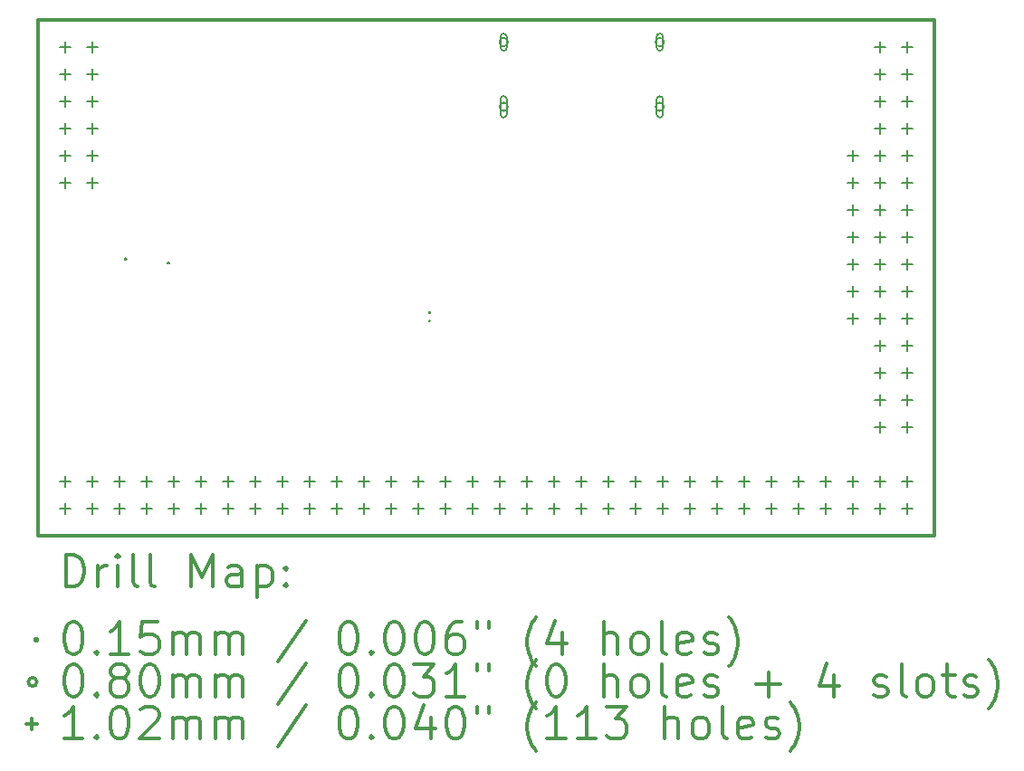
<source format=gbr>
%FSLAX45Y45*%
G04 Gerber Fmt 4.5, Leading zero omitted, Abs format (unit mm)*
G04 Created by KiCad (PCBNEW 4.0.5+dfsg1-4) date Mon Mar 27 15:17:09 2017*
%MOMM*%
%LPD*%
G01*
G04 APERTURE LIST*
%ADD10C,0.127000*%
%ADD11C,0.300000*%
%ADD12C,0.200000*%
G04 APERTURE END LIST*
D10*
D11*
X9410000Y-6142000D02*
X9410000Y-10968000D01*
X17792000Y-6142000D02*
X9410000Y-6142000D01*
X17792000Y-10968000D02*
X17792000Y-6142000D01*
X9410000Y-10968000D02*
X17792000Y-10968000D01*
D12*
X10218500Y-8370500D02*
X10233500Y-8385500D01*
X10233500Y-8370500D02*
X10218500Y-8385500D01*
X10618500Y-8410500D02*
X10633500Y-8425500D01*
X10633500Y-8410500D02*
X10618500Y-8425500D01*
X13060500Y-8872500D02*
X13075500Y-8887500D01*
X13075500Y-8872500D02*
X13060500Y-8887500D01*
X13060500Y-8952500D02*
X13075500Y-8967500D01*
X13075500Y-8952500D02*
X13060500Y-8967500D01*
X13800000Y-6352600D02*
G75*
G03X13800000Y-6352600I-40000J0D01*
G01*
X13790000Y-6402600D02*
X13790000Y-6302600D01*
X13730000Y-6402600D02*
X13730000Y-6302600D01*
X13790000Y-6302600D02*
G75*
G03X13730000Y-6302600I-30000J0D01*
G01*
X13730000Y-6402600D02*
G75*
G03X13790000Y-6402600I30000J0D01*
G01*
X13800000Y-6957600D02*
G75*
G03X13800000Y-6957600I-40000J0D01*
G01*
X13790000Y-7027600D02*
X13790000Y-6887600D01*
X13730000Y-7027600D02*
X13730000Y-6887600D01*
X13790000Y-6887600D02*
G75*
G03X13730000Y-6887600I-30000J0D01*
G01*
X13730000Y-7027600D02*
G75*
G03X13790000Y-7027600I30000J0D01*
G01*
X15260000Y-6352600D02*
G75*
G03X15260000Y-6352600I-40000J0D01*
G01*
X15250000Y-6402600D02*
X15250000Y-6302600D01*
X15190000Y-6402600D02*
X15190000Y-6302600D01*
X15250000Y-6302600D02*
G75*
G03X15190000Y-6302600I-30000J0D01*
G01*
X15190000Y-6402600D02*
G75*
G03X15250000Y-6402600I30000J0D01*
G01*
X15260000Y-6957600D02*
G75*
G03X15260000Y-6957600I-40000J0D01*
G01*
X15250000Y-7027600D02*
X15250000Y-6887600D01*
X15190000Y-7027600D02*
X15190000Y-6887600D01*
X15250000Y-6887600D02*
G75*
G03X15190000Y-6887600I-30000J0D01*
G01*
X15190000Y-7027600D02*
G75*
G03X15250000Y-7027600I30000J0D01*
G01*
X9664000Y-6345200D02*
X9664000Y-6446800D01*
X9613200Y-6396000D02*
X9714800Y-6396000D01*
X9664000Y-6599200D02*
X9664000Y-6700800D01*
X9613200Y-6650000D02*
X9714800Y-6650000D01*
X9664000Y-6853200D02*
X9664000Y-6954800D01*
X9613200Y-6904000D02*
X9714800Y-6904000D01*
X9664000Y-7107200D02*
X9664000Y-7208800D01*
X9613200Y-7158000D02*
X9714800Y-7158000D01*
X9664000Y-7361200D02*
X9664000Y-7462800D01*
X9613200Y-7412000D02*
X9714800Y-7412000D01*
X9664000Y-7615200D02*
X9664000Y-7716800D01*
X9613200Y-7666000D02*
X9714800Y-7666000D01*
X9664000Y-10409200D02*
X9664000Y-10510800D01*
X9613200Y-10460000D02*
X9714800Y-10460000D01*
X9664000Y-10663200D02*
X9664000Y-10764800D01*
X9613200Y-10714000D02*
X9714800Y-10714000D01*
X9918000Y-6345200D02*
X9918000Y-6446800D01*
X9867200Y-6396000D02*
X9968800Y-6396000D01*
X9918000Y-6599200D02*
X9918000Y-6700800D01*
X9867200Y-6650000D02*
X9968800Y-6650000D01*
X9918000Y-6853200D02*
X9918000Y-6954800D01*
X9867200Y-6904000D02*
X9968800Y-6904000D01*
X9918000Y-7107200D02*
X9918000Y-7208800D01*
X9867200Y-7158000D02*
X9968800Y-7158000D01*
X9918000Y-7361200D02*
X9918000Y-7462800D01*
X9867200Y-7412000D02*
X9968800Y-7412000D01*
X9918000Y-7615200D02*
X9918000Y-7716800D01*
X9867200Y-7666000D02*
X9968800Y-7666000D01*
X9918000Y-10409200D02*
X9918000Y-10510800D01*
X9867200Y-10460000D02*
X9968800Y-10460000D01*
X9918000Y-10663200D02*
X9918000Y-10764800D01*
X9867200Y-10714000D02*
X9968800Y-10714000D01*
X10172000Y-10409200D02*
X10172000Y-10510800D01*
X10121200Y-10460000D02*
X10222800Y-10460000D01*
X10172000Y-10663200D02*
X10172000Y-10764800D01*
X10121200Y-10714000D02*
X10222800Y-10714000D01*
X10426000Y-10409200D02*
X10426000Y-10510800D01*
X10375200Y-10460000D02*
X10476800Y-10460000D01*
X10426000Y-10663200D02*
X10426000Y-10764800D01*
X10375200Y-10714000D02*
X10476800Y-10714000D01*
X10680000Y-10409200D02*
X10680000Y-10510800D01*
X10629200Y-10460000D02*
X10730800Y-10460000D01*
X10680000Y-10663200D02*
X10680000Y-10764800D01*
X10629200Y-10714000D02*
X10730800Y-10714000D01*
X10934000Y-10409200D02*
X10934000Y-10510800D01*
X10883200Y-10460000D02*
X10984800Y-10460000D01*
X10934000Y-10663200D02*
X10934000Y-10764800D01*
X10883200Y-10714000D02*
X10984800Y-10714000D01*
X11188000Y-10409200D02*
X11188000Y-10510800D01*
X11137200Y-10460000D02*
X11238800Y-10460000D01*
X11188000Y-10663200D02*
X11188000Y-10764800D01*
X11137200Y-10714000D02*
X11238800Y-10714000D01*
X11442000Y-10409200D02*
X11442000Y-10510800D01*
X11391200Y-10460000D02*
X11492800Y-10460000D01*
X11442000Y-10663200D02*
X11442000Y-10764800D01*
X11391200Y-10714000D02*
X11492800Y-10714000D01*
X11696000Y-10409200D02*
X11696000Y-10510800D01*
X11645200Y-10460000D02*
X11746800Y-10460000D01*
X11696000Y-10663200D02*
X11696000Y-10764800D01*
X11645200Y-10714000D02*
X11746800Y-10714000D01*
X11950000Y-10409200D02*
X11950000Y-10510800D01*
X11899200Y-10460000D02*
X12000800Y-10460000D01*
X11950000Y-10663200D02*
X11950000Y-10764800D01*
X11899200Y-10714000D02*
X12000800Y-10714000D01*
X12204000Y-10409200D02*
X12204000Y-10510800D01*
X12153200Y-10460000D02*
X12254800Y-10460000D01*
X12204000Y-10663200D02*
X12204000Y-10764800D01*
X12153200Y-10714000D02*
X12254800Y-10714000D01*
X12458000Y-10409200D02*
X12458000Y-10510800D01*
X12407200Y-10460000D02*
X12508800Y-10460000D01*
X12458000Y-10663200D02*
X12458000Y-10764800D01*
X12407200Y-10714000D02*
X12508800Y-10714000D01*
X12712000Y-10409200D02*
X12712000Y-10510800D01*
X12661200Y-10460000D02*
X12762800Y-10460000D01*
X12712000Y-10663200D02*
X12712000Y-10764800D01*
X12661200Y-10714000D02*
X12762800Y-10714000D01*
X12966000Y-10409200D02*
X12966000Y-10510800D01*
X12915200Y-10460000D02*
X13016800Y-10460000D01*
X12966000Y-10663200D02*
X12966000Y-10764800D01*
X12915200Y-10714000D02*
X13016800Y-10714000D01*
X13220000Y-10409200D02*
X13220000Y-10510800D01*
X13169200Y-10460000D02*
X13270800Y-10460000D01*
X13220000Y-10663200D02*
X13220000Y-10764800D01*
X13169200Y-10714000D02*
X13270800Y-10714000D01*
X13474000Y-10409200D02*
X13474000Y-10510800D01*
X13423200Y-10460000D02*
X13524800Y-10460000D01*
X13474000Y-10663200D02*
X13474000Y-10764800D01*
X13423200Y-10714000D02*
X13524800Y-10714000D01*
X13728000Y-10409200D02*
X13728000Y-10510800D01*
X13677200Y-10460000D02*
X13778800Y-10460000D01*
X13728000Y-10663200D02*
X13728000Y-10764800D01*
X13677200Y-10714000D02*
X13778800Y-10714000D01*
X13982000Y-10409200D02*
X13982000Y-10510800D01*
X13931200Y-10460000D02*
X14032800Y-10460000D01*
X13982000Y-10663200D02*
X13982000Y-10764800D01*
X13931200Y-10714000D02*
X14032800Y-10714000D01*
X14236000Y-10409200D02*
X14236000Y-10510800D01*
X14185200Y-10460000D02*
X14286800Y-10460000D01*
X14236000Y-10663200D02*
X14236000Y-10764800D01*
X14185200Y-10714000D02*
X14286800Y-10714000D01*
X14490000Y-10409200D02*
X14490000Y-10510800D01*
X14439200Y-10460000D02*
X14540800Y-10460000D01*
X14490000Y-10663200D02*
X14490000Y-10764800D01*
X14439200Y-10714000D02*
X14540800Y-10714000D01*
X14744000Y-10409200D02*
X14744000Y-10510800D01*
X14693200Y-10460000D02*
X14794800Y-10460000D01*
X14744000Y-10663200D02*
X14744000Y-10764800D01*
X14693200Y-10714000D02*
X14794800Y-10714000D01*
X14998000Y-10409200D02*
X14998000Y-10510800D01*
X14947200Y-10460000D02*
X15048800Y-10460000D01*
X14998000Y-10663200D02*
X14998000Y-10764800D01*
X14947200Y-10714000D02*
X15048800Y-10714000D01*
X15252000Y-10409200D02*
X15252000Y-10510800D01*
X15201200Y-10460000D02*
X15302800Y-10460000D01*
X15252000Y-10663200D02*
X15252000Y-10764800D01*
X15201200Y-10714000D02*
X15302800Y-10714000D01*
X15506000Y-10409200D02*
X15506000Y-10510800D01*
X15455200Y-10460000D02*
X15556800Y-10460000D01*
X15506000Y-10663200D02*
X15506000Y-10764800D01*
X15455200Y-10714000D02*
X15556800Y-10714000D01*
X15760000Y-10409200D02*
X15760000Y-10510800D01*
X15709200Y-10460000D02*
X15810800Y-10460000D01*
X15760000Y-10663200D02*
X15760000Y-10764800D01*
X15709200Y-10714000D02*
X15810800Y-10714000D01*
X16014000Y-10409200D02*
X16014000Y-10510800D01*
X15963200Y-10460000D02*
X16064800Y-10460000D01*
X16014000Y-10663200D02*
X16014000Y-10764800D01*
X15963200Y-10714000D02*
X16064800Y-10714000D01*
X16268000Y-10409200D02*
X16268000Y-10510800D01*
X16217200Y-10460000D02*
X16318800Y-10460000D01*
X16268000Y-10663200D02*
X16268000Y-10764800D01*
X16217200Y-10714000D02*
X16318800Y-10714000D01*
X16522000Y-10409200D02*
X16522000Y-10510800D01*
X16471200Y-10460000D02*
X16572800Y-10460000D01*
X16522000Y-10663200D02*
X16522000Y-10764800D01*
X16471200Y-10714000D02*
X16572800Y-10714000D01*
X16776000Y-10409200D02*
X16776000Y-10510800D01*
X16725200Y-10460000D02*
X16826800Y-10460000D01*
X16776000Y-10663200D02*
X16776000Y-10764800D01*
X16725200Y-10714000D02*
X16826800Y-10714000D01*
X17030000Y-7361200D02*
X17030000Y-7462800D01*
X16979200Y-7412000D02*
X17080800Y-7412000D01*
X17030000Y-7615200D02*
X17030000Y-7716800D01*
X16979200Y-7666000D02*
X17080800Y-7666000D01*
X17030000Y-7869200D02*
X17030000Y-7970800D01*
X16979200Y-7920000D02*
X17080800Y-7920000D01*
X17030000Y-8123200D02*
X17030000Y-8224800D01*
X16979200Y-8174000D02*
X17080800Y-8174000D01*
X17030000Y-8377200D02*
X17030000Y-8478800D01*
X16979200Y-8428000D02*
X17080800Y-8428000D01*
X17030000Y-8631200D02*
X17030000Y-8732800D01*
X16979200Y-8682000D02*
X17080800Y-8682000D01*
X17030000Y-8885200D02*
X17030000Y-8986800D01*
X16979200Y-8936000D02*
X17080800Y-8936000D01*
X17030000Y-10409200D02*
X17030000Y-10510800D01*
X16979200Y-10460000D02*
X17080800Y-10460000D01*
X17030000Y-10663200D02*
X17030000Y-10764800D01*
X16979200Y-10714000D02*
X17080800Y-10714000D01*
X17284000Y-6345200D02*
X17284000Y-6446800D01*
X17233200Y-6396000D02*
X17334800Y-6396000D01*
X17284000Y-6599200D02*
X17284000Y-6700800D01*
X17233200Y-6650000D02*
X17334800Y-6650000D01*
X17284000Y-6853200D02*
X17284000Y-6954800D01*
X17233200Y-6904000D02*
X17334800Y-6904000D01*
X17284000Y-7107200D02*
X17284000Y-7208800D01*
X17233200Y-7158000D02*
X17334800Y-7158000D01*
X17284000Y-7361200D02*
X17284000Y-7462800D01*
X17233200Y-7412000D02*
X17334800Y-7412000D01*
X17284000Y-7615200D02*
X17284000Y-7716800D01*
X17233200Y-7666000D02*
X17334800Y-7666000D01*
X17284000Y-7869200D02*
X17284000Y-7970800D01*
X17233200Y-7920000D02*
X17334800Y-7920000D01*
X17284000Y-8123200D02*
X17284000Y-8224800D01*
X17233200Y-8174000D02*
X17334800Y-8174000D01*
X17284000Y-8377200D02*
X17284000Y-8478800D01*
X17233200Y-8428000D02*
X17334800Y-8428000D01*
X17284000Y-8631200D02*
X17284000Y-8732800D01*
X17233200Y-8682000D02*
X17334800Y-8682000D01*
X17284000Y-8885200D02*
X17284000Y-8986800D01*
X17233200Y-8936000D02*
X17334800Y-8936000D01*
X17284000Y-9139200D02*
X17284000Y-9240800D01*
X17233200Y-9190000D02*
X17334800Y-9190000D01*
X17284000Y-9393200D02*
X17284000Y-9494800D01*
X17233200Y-9444000D02*
X17334800Y-9444000D01*
X17284000Y-9647200D02*
X17284000Y-9748800D01*
X17233200Y-9698000D02*
X17334800Y-9698000D01*
X17284000Y-9901200D02*
X17284000Y-10002800D01*
X17233200Y-9952000D02*
X17334800Y-9952000D01*
X17284000Y-10409200D02*
X17284000Y-10510800D01*
X17233200Y-10460000D02*
X17334800Y-10460000D01*
X17284000Y-10663200D02*
X17284000Y-10764800D01*
X17233200Y-10714000D02*
X17334800Y-10714000D01*
X17538000Y-6345200D02*
X17538000Y-6446800D01*
X17487200Y-6396000D02*
X17588800Y-6396000D01*
X17538000Y-6599200D02*
X17538000Y-6700800D01*
X17487200Y-6650000D02*
X17588800Y-6650000D01*
X17538000Y-6853200D02*
X17538000Y-6954800D01*
X17487200Y-6904000D02*
X17588800Y-6904000D01*
X17538000Y-7107200D02*
X17538000Y-7208800D01*
X17487200Y-7158000D02*
X17588800Y-7158000D01*
X17538000Y-7361200D02*
X17538000Y-7462800D01*
X17487200Y-7412000D02*
X17588800Y-7412000D01*
X17538000Y-7615200D02*
X17538000Y-7716800D01*
X17487200Y-7666000D02*
X17588800Y-7666000D01*
X17538000Y-7869200D02*
X17538000Y-7970800D01*
X17487200Y-7920000D02*
X17588800Y-7920000D01*
X17538000Y-8123200D02*
X17538000Y-8224800D01*
X17487200Y-8174000D02*
X17588800Y-8174000D01*
X17538000Y-8377200D02*
X17538000Y-8478800D01*
X17487200Y-8428000D02*
X17588800Y-8428000D01*
X17538000Y-8631200D02*
X17538000Y-8732800D01*
X17487200Y-8682000D02*
X17588800Y-8682000D01*
X17538000Y-8885200D02*
X17538000Y-8986800D01*
X17487200Y-8936000D02*
X17588800Y-8936000D01*
X17538000Y-9139200D02*
X17538000Y-9240800D01*
X17487200Y-9190000D02*
X17588800Y-9190000D01*
X17538000Y-9393200D02*
X17538000Y-9494800D01*
X17487200Y-9444000D02*
X17588800Y-9444000D01*
X17538000Y-9647200D02*
X17538000Y-9748800D01*
X17487200Y-9698000D02*
X17588800Y-9698000D01*
X17538000Y-9901200D02*
X17538000Y-10002800D01*
X17487200Y-9952000D02*
X17588800Y-9952000D01*
X17538000Y-10409200D02*
X17538000Y-10510800D01*
X17487200Y-10460000D02*
X17588800Y-10460000D01*
X17538000Y-10663200D02*
X17538000Y-10764800D01*
X17487200Y-10714000D02*
X17588800Y-10714000D01*
D11*
X9666429Y-11448714D02*
X9666429Y-11148714D01*
X9737857Y-11148714D01*
X9780714Y-11163000D01*
X9809286Y-11191571D01*
X9823571Y-11220143D01*
X9837857Y-11277286D01*
X9837857Y-11320143D01*
X9823571Y-11377286D01*
X9809286Y-11405857D01*
X9780714Y-11434429D01*
X9737857Y-11448714D01*
X9666429Y-11448714D01*
X9966429Y-11448714D02*
X9966429Y-11248714D01*
X9966429Y-11305857D02*
X9980714Y-11277286D01*
X9995000Y-11263000D01*
X10023571Y-11248714D01*
X10052143Y-11248714D01*
X10152143Y-11448714D02*
X10152143Y-11248714D01*
X10152143Y-11148714D02*
X10137857Y-11163000D01*
X10152143Y-11177286D01*
X10166429Y-11163000D01*
X10152143Y-11148714D01*
X10152143Y-11177286D01*
X10337857Y-11448714D02*
X10309286Y-11434429D01*
X10295000Y-11405857D01*
X10295000Y-11148714D01*
X10495000Y-11448714D02*
X10466429Y-11434429D01*
X10452143Y-11405857D01*
X10452143Y-11148714D01*
X10837857Y-11448714D02*
X10837857Y-11148714D01*
X10937857Y-11363000D01*
X11037857Y-11148714D01*
X11037857Y-11448714D01*
X11309286Y-11448714D02*
X11309286Y-11291571D01*
X11295000Y-11263000D01*
X11266428Y-11248714D01*
X11209286Y-11248714D01*
X11180714Y-11263000D01*
X11309286Y-11434429D02*
X11280714Y-11448714D01*
X11209286Y-11448714D01*
X11180714Y-11434429D01*
X11166429Y-11405857D01*
X11166429Y-11377286D01*
X11180714Y-11348714D01*
X11209286Y-11334429D01*
X11280714Y-11334429D01*
X11309286Y-11320143D01*
X11452143Y-11248714D02*
X11452143Y-11548714D01*
X11452143Y-11263000D02*
X11480714Y-11248714D01*
X11537857Y-11248714D01*
X11566428Y-11263000D01*
X11580714Y-11277286D01*
X11595000Y-11305857D01*
X11595000Y-11391571D01*
X11580714Y-11420143D01*
X11566428Y-11434429D01*
X11537857Y-11448714D01*
X11480714Y-11448714D01*
X11452143Y-11434429D01*
X11723571Y-11420143D02*
X11737857Y-11434429D01*
X11723571Y-11448714D01*
X11709286Y-11434429D01*
X11723571Y-11420143D01*
X11723571Y-11448714D01*
X11723571Y-11263000D02*
X11737857Y-11277286D01*
X11723571Y-11291571D01*
X11709286Y-11277286D01*
X11723571Y-11263000D01*
X11723571Y-11291571D01*
X9380000Y-11935500D02*
X9395000Y-11950500D01*
X9395000Y-11935500D02*
X9380000Y-11950500D01*
X9723571Y-11778714D02*
X9752143Y-11778714D01*
X9780714Y-11793000D01*
X9795000Y-11807286D01*
X9809286Y-11835857D01*
X9823571Y-11893000D01*
X9823571Y-11964429D01*
X9809286Y-12021571D01*
X9795000Y-12050143D01*
X9780714Y-12064429D01*
X9752143Y-12078714D01*
X9723571Y-12078714D01*
X9695000Y-12064429D01*
X9680714Y-12050143D01*
X9666429Y-12021571D01*
X9652143Y-11964429D01*
X9652143Y-11893000D01*
X9666429Y-11835857D01*
X9680714Y-11807286D01*
X9695000Y-11793000D01*
X9723571Y-11778714D01*
X9952143Y-12050143D02*
X9966429Y-12064429D01*
X9952143Y-12078714D01*
X9937857Y-12064429D01*
X9952143Y-12050143D01*
X9952143Y-12078714D01*
X10252143Y-12078714D02*
X10080714Y-12078714D01*
X10166428Y-12078714D02*
X10166428Y-11778714D01*
X10137857Y-11821571D01*
X10109286Y-11850143D01*
X10080714Y-11864429D01*
X10523571Y-11778714D02*
X10380714Y-11778714D01*
X10366429Y-11921571D01*
X10380714Y-11907286D01*
X10409286Y-11893000D01*
X10480714Y-11893000D01*
X10509286Y-11907286D01*
X10523571Y-11921571D01*
X10537857Y-11950143D01*
X10537857Y-12021571D01*
X10523571Y-12050143D01*
X10509286Y-12064429D01*
X10480714Y-12078714D01*
X10409286Y-12078714D01*
X10380714Y-12064429D01*
X10366429Y-12050143D01*
X10666429Y-12078714D02*
X10666429Y-11878714D01*
X10666429Y-11907286D02*
X10680714Y-11893000D01*
X10709286Y-11878714D01*
X10752143Y-11878714D01*
X10780714Y-11893000D01*
X10795000Y-11921571D01*
X10795000Y-12078714D01*
X10795000Y-11921571D02*
X10809286Y-11893000D01*
X10837857Y-11878714D01*
X10880714Y-11878714D01*
X10909286Y-11893000D01*
X10923571Y-11921571D01*
X10923571Y-12078714D01*
X11066429Y-12078714D02*
X11066429Y-11878714D01*
X11066429Y-11907286D02*
X11080714Y-11893000D01*
X11109286Y-11878714D01*
X11152143Y-11878714D01*
X11180714Y-11893000D01*
X11195000Y-11921571D01*
X11195000Y-12078714D01*
X11195000Y-11921571D02*
X11209286Y-11893000D01*
X11237857Y-11878714D01*
X11280714Y-11878714D01*
X11309286Y-11893000D01*
X11323571Y-11921571D01*
X11323571Y-12078714D01*
X11909286Y-11764429D02*
X11652143Y-12150143D01*
X12295000Y-11778714D02*
X12323571Y-11778714D01*
X12352143Y-11793000D01*
X12366428Y-11807286D01*
X12380714Y-11835857D01*
X12395000Y-11893000D01*
X12395000Y-11964429D01*
X12380714Y-12021571D01*
X12366428Y-12050143D01*
X12352143Y-12064429D01*
X12323571Y-12078714D01*
X12295000Y-12078714D01*
X12266428Y-12064429D01*
X12252143Y-12050143D01*
X12237857Y-12021571D01*
X12223571Y-11964429D01*
X12223571Y-11893000D01*
X12237857Y-11835857D01*
X12252143Y-11807286D01*
X12266428Y-11793000D01*
X12295000Y-11778714D01*
X12523571Y-12050143D02*
X12537857Y-12064429D01*
X12523571Y-12078714D01*
X12509286Y-12064429D01*
X12523571Y-12050143D01*
X12523571Y-12078714D01*
X12723571Y-11778714D02*
X12752143Y-11778714D01*
X12780714Y-11793000D01*
X12795000Y-11807286D01*
X12809285Y-11835857D01*
X12823571Y-11893000D01*
X12823571Y-11964429D01*
X12809285Y-12021571D01*
X12795000Y-12050143D01*
X12780714Y-12064429D01*
X12752143Y-12078714D01*
X12723571Y-12078714D01*
X12695000Y-12064429D01*
X12680714Y-12050143D01*
X12666428Y-12021571D01*
X12652143Y-11964429D01*
X12652143Y-11893000D01*
X12666428Y-11835857D01*
X12680714Y-11807286D01*
X12695000Y-11793000D01*
X12723571Y-11778714D01*
X13009285Y-11778714D02*
X13037857Y-11778714D01*
X13066428Y-11793000D01*
X13080714Y-11807286D01*
X13095000Y-11835857D01*
X13109285Y-11893000D01*
X13109285Y-11964429D01*
X13095000Y-12021571D01*
X13080714Y-12050143D01*
X13066428Y-12064429D01*
X13037857Y-12078714D01*
X13009285Y-12078714D01*
X12980714Y-12064429D01*
X12966428Y-12050143D01*
X12952143Y-12021571D01*
X12937857Y-11964429D01*
X12937857Y-11893000D01*
X12952143Y-11835857D01*
X12966428Y-11807286D01*
X12980714Y-11793000D01*
X13009285Y-11778714D01*
X13366428Y-11778714D02*
X13309285Y-11778714D01*
X13280714Y-11793000D01*
X13266428Y-11807286D01*
X13237857Y-11850143D01*
X13223571Y-11907286D01*
X13223571Y-12021571D01*
X13237857Y-12050143D01*
X13252143Y-12064429D01*
X13280714Y-12078714D01*
X13337857Y-12078714D01*
X13366428Y-12064429D01*
X13380714Y-12050143D01*
X13395000Y-12021571D01*
X13395000Y-11950143D01*
X13380714Y-11921571D01*
X13366428Y-11907286D01*
X13337857Y-11893000D01*
X13280714Y-11893000D01*
X13252143Y-11907286D01*
X13237857Y-11921571D01*
X13223571Y-11950143D01*
X13509286Y-11778714D02*
X13509286Y-11835857D01*
X13623571Y-11778714D02*
X13623571Y-11835857D01*
X14066428Y-12193000D02*
X14052143Y-12178714D01*
X14023571Y-12135857D01*
X14009285Y-12107286D01*
X13995000Y-12064429D01*
X13980714Y-11993000D01*
X13980714Y-11935857D01*
X13995000Y-11864429D01*
X14009285Y-11821571D01*
X14023571Y-11793000D01*
X14052143Y-11750143D01*
X14066428Y-11735857D01*
X14309285Y-11878714D02*
X14309285Y-12078714D01*
X14237857Y-11764429D02*
X14166428Y-11978714D01*
X14352143Y-11978714D01*
X14695000Y-12078714D02*
X14695000Y-11778714D01*
X14823571Y-12078714D02*
X14823571Y-11921571D01*
X14809285Y-11893000D01*
X14780714Y-11878714D01*
X14737857Y-11878714D01*
X14709285Y-11893000D01*
X14695000Y-11907286D01*
X15009285Y-12078714D02*
X14980714Y-12064429D01*
X14966428Y-12050143D01*
X14952143Y-12021571D01*
X14952143Y-11935857D01*
X14966428Y-11907286D01*
X14980714Y-11893000D01*
X15009285Y-11878714D01*
X15052143Y-11878714D01*
X15080714Y-11893000D01*
X15095000Y-11907286D01*
X15109285Y-11935857D01*
X15109285Y-12021571D01*
X15095000Y-12050143D01*
X15080714Y-12064429D01*
X15052143Y-12078714D01*
X15009285Y-12078714D01*
X15280714Y-12078714D02*
X15252143Y-12064429D01*
X15237857Y-12035857D01*
X15237857Y-11778714D01*
X15509286Y-12064429D02*
X15480714Y-12078714D01*
X15423571Y-12078714D01*
X15395000Y-12064429D01*
X15380714Y-12035857D01*
X15380714Y-11921571D01*
X15395000Y-11893000D01*
X15423571Y-11878714D01*
X15480714Y-11878714D01*
X15509286Y-11893000D01*
X15523571Y-11921571D01*
X15523571Y-11950143D01*
X15380714Y-11978714D01*
X15637857Y-12064429D02*
X15666428Y-12078714D01*
X15723571Y-12078714D01*
X15752143Y-12064429D01*
X15766428Y-12035857D01*
X15766428Y-12021571D01*
X15752143Y-11993000D01*
X15723571Y-11978714D01*
X15680714Y-11978714D01*
X15652143Y-11964429D01*
X15637857Y-11935857D01*
X15637857Y-11921571D01*
X15652143Y-11893000D01*
X15680714Y-11878714D01*
X15723571Y-11878714D01*
X15752143Y-11893000D01*
X15866428Y-12193000D02*
X15880714Y-12178714D01*
X15909286Y-12135857D01*
X15923571Y-12107286D01*
X15937857Y-12064429D01*
X15952143Y-11993000D01*
X15952143Y-11935857D01*
X15937857Y-11864429D01*
X15923571Y-11821571D01*
X15909286Y-11793000D01*
X15880714Y-11750143D01*
X15866428Y-11735857D01*
X9395000Y-12339000D02*
G75*
G03X9395000Y-12339000I-40000J0D01*
G01*
X9723571Y-12174714D02*
X9752143Y-12174714D01*
X9780714Y-12189000D01*
X9795000Y-12203286D01*
X9809286Y-12231857D01*
X9823571Y-12289000D01*
X9823571Y-12360429D01*
X9809286Y-12417571D01*
X9795000Y-12446143D01*
X9780714Y-12460429D01*
X9752143Y-12474714D01*
X9723571Y-12474714D01*
X9695000Y-12460429D01*
X9680714Y-12446143D01*
X9666429Y-12417571D01*
X9652143Y-12360429D01*
X9652143Y-12289000D01*
X9666429Y-12231857D01*
X9680714Y-12203286D01*
X9695000Y-12189000D01*
X9723571Y-12174714D01*
X9952143Y-12446143D02*
X9966429Y-12460429D01*
X9952143Y-12474714D01*
X9937857Y-12460429D01*
X9952143Y-12446143D01*
X9952143Y-12474714D01*
X10137857Y-12303286D02*
X10109286Y-12289000D01*
X10095000Y-12274714D01*
X10080714Y-12246143D01*
X10080714Y-12231857D01*
X10095000Y-12203286D01*
X10109286Y-12189000D01*
X10137857Y-12174714D01*
X10195000Y-12174714D01*
X10223571Y-12189000D01*
X10237857Y-12203286D01*
X10252143Y-12231857D01*
X10252143Y-12246143D01*
X10237857Y-12274714D01*
X10223571Y-12289000D01*
X10195000Y-12303286D01*
X10137857Y-12303286D01*
X10109286Y-12317571D01*
X10095000Y-12331857D01*
X10080714Y-12360429D01*
X10080714Y-12417571D01*
X10095000Y-12446143D01*
X10109286Y-12460429D01*
X10137857Y-12474714D01*
X10195000Y-12474714D01*
X10223571Y-12460429D01*
X10237857Y-12446143D01*
X10252143Y-12417571D01*
X10252143Y-12360429D01*
X10237857Y-12331857D01*
X10223571Y-12317571D01*
X10195000Y-12303286D01*
X10437857Y-12174714D02*
X10466429Y-12174714D01*
X10495000Y-12189000D01*
X10509286Y-12203286D01*
X10523571Y-12231857D01*
X10537857Y-12289000D01*
X10537857Y-12360429D01*
X10523571Y-12417571D01*
X10509286Y-12446143D01*
X10495000Y-12460429D01*
X10466429Y-12474714D01*
X10437857Y-12474714D01*
X10409286Y-12460429D01*
X10395000Y-12446143D01*
X10380714Y-12417571D01*
X10366429Y-12360429D01*
X10366429Y-12289000D01*
X10380714Y-12231857D01*
X10395000Y-12203286D01*
X10409286Y-12189000D01*
X10437857Y-12174714D01*
X10666429Y-12474714D02*
X10666429Y-12274714D01*
X10666429Y-12303286D02*
X10680714Y-12289000D01*
X10709286Y-12274714D01*
X10752143Y-12274714D01*
X10780714Y-12289000D01*
X10795000Y-12317571D01*
X10795000Y-12474714D01*
X10795000Y-12317571D02*
X10809286Y-12289000D01*
X10837857Y-12274714D01*
X10880714Y-12274714D01*
X10909286Y-12289000D01*
X10923571Y-12317571D01*
X10923571Y-12474714D01*
X11066429Y-12474714D02*
X11066429Y-12274714D01*
X11066429Y-12303286D02*
X11080714Y-12289000D01*
X11109286Y-12274714D01*
X11152143Y-12274714D01*
X11180714Y-12289000D01*
X11195000Y-12317571D01*
X11195000Y-12474714D01*
X11195000Y-12317571D02*
X11209286Y-12289000D01*
X11237857Y-12274714D01*
X11280714Y-12274714D01*
X11309286Y-12289000D01*
X11323571Y-12317571D01*
X11323571Y-12474714D01*
X11909286Y-12160429D02*
X11652143Y-12546143D01*
X12295000Y-12174714D02*
X12323571Y-12174714D01*
X12352143Y-12189000D01*
X12366428Y-12203286D01*
X12380714Y-12231857D01*
X12395000Y-12289000D01*
X12395000Y-12360429D01*
X12380714Y-12417571D01*
X12366428Y-12446143D01*
X12352143Y-12460429D01*
X12323571Y-12474714D01*
X12295000Y-12474714D01*
X12266428Y-12460429D01*
X12252143Y-12446143D01*
X12237857Y-12417571D01*
X12223571Y-12360429D01*
X12223571Y-12289000D01*
X12237857Y-12231857D01*
X12252143Y-12203286D01*
X12266428Y-12189000D01*
X12295000Y-12174714D01*
X12523571Y-12446143D02*
X12537857Y-12460429D01*
X12523571Y-12474714D01*
X12509286Y-12460429D01*
X12523571Y-12446143D01*
X12523571Y-12474714D01*
X12723571Y-12174714D02*
X12752143Y-12174714D01*
X12780714Y-12189000D01*
X12795000Y-12203286D01*
X12809285Y-12231857D01*
X12823571Y-12289000D01*
X12823571Y-12360429D01*
X12809285Y-12417571D01*
X12795000Y-12446143D01*
X12780714Y-12460429D01*
X12752143Y-12474714D01*
X12723571Y-12474714D01*
X12695000Y-12460429D01*
X12680714Y-12446143D01*
X12666428Y-12417571D01*
X12652143Y-12360429D01*
X12652143Y-12289000D01*
X12666428Y-12231857D01*
X12680714Y-12203286D01*
X12695000Y-12189000D01*
X12723571Y-12174714D01*
X12923571Y-12174714D02*
X13109285Y-12174714D01*
X13009285Y-12289000D01*
X13052143Y-12289000D01*
X13080714Y-12303286D01*
X13095000Y-12317571D01*
X13109285Y-12346143D01*
X13109285Y-12417571D01*
X13095000Y-12446143D01*
X13080714Y-12460429D01*
X13052143Y-12474714D01*
X12966428Y-12474714D01*
X12937857Y-12460429D01*
X12923571Y-12446143D01*
X13395000Y-12474714D02*
X13223571Y-12474714D01*
X13309285Y-12474714D02*
X13309285Y-12174714D01*
X13280714Y-12217571D01*
X13252143Y-12246143D01*
X13223571Y-12260429D01*
X13509286Y-12174714D02*
X13509286Y-12231857D01*
X13623571Y-12174714D02*
X13623571Y-12231857D01*
X14066428Y-12589000D02*
X14052143Y-12574714D01*
X14023571Y-12531857D01*
X14009285Y-12503286D01*
X13995000Y-12460429D01*
X13980714Y-12389000D01*
X13980714Y-12331857D01*
X13995000Y-12260429D01*
X14009285Y-12217571D01*
X14023571Y-12189000D01*
X14052143Y-12146143D01*
X14066428Y-12131857D01*
X14237857Y-12174714D02*
X14266428Y-12174714D01*
X14295000Y-12189000D01*
X14309285Y-12203286D01*
X14323571Y-12231857D01*
X14337857Y-12289000D01*
X14337857Y-12360429D01*
X14323571Y-12417571D01*
X14309285Y-12446143D01*
X14295000Y-12460429D01*
X14266428Y-12474714D01*
X14237857Y-12474714D01*
X14209285Y-12460429D01*
X14195000Y-12446143D01*
X14180714Y-12417571D01*
X14166428Y-12360429D01*
X14166428Y-12289000D01*
X14180714Y-12231857D01*
X14195000Y-12203286D01*
X14209285Y-12189000D01*
X14237857Y-12174714D01*
X14695000Y-12474714D02*
X14695000Y-12174714D01*
X14823571Y-12474714D02*
X14823571Y-12317571D01*
X14809285Y-12289000D01*
X14780714Y-12274714D01*
X14737857Y-12274714D01*
X14709285Y-12289000D01*
X14695000Y-12303286D01*
X15009285Y-12474714D02*
X14980714Y-12460429D01*
X14966428Y-12446143D01*
X14952143Y-12417571D01*
X14952143Y-12331857D01*
X14966428Y-12303286D01*
X14980714Y-12289000D01*
X15009285Y-12274714D01*
X15052143Y-12274714D01*
X15080714Y-12289000D01*
X15095000Y-12303286D01*
X15109285Y-12331857D01*
X15109285Y-12417571D01*
X15095000Y-12446143D01*
X15080714Y-12460429D01*
X15052143Y-12474714D01*
X15009285Y-12474714D01*
X15280714Y-12474714D02*
X15252143Y-12460429D01*
X15237857Y-12431857D01*
X15237857Y-12174714D01*
X15509286Y-12460429D02*
X15480714Y-12474714D01*
X15423571Y-12474714D01*
X15395000Y-12460429D01*
X15380714Y-12431857D01*
X15380714Y-12317571D01*
X15395000Y-12289000D01*
X15423571Y-12274714D01*
X15480714Y-12274714D01*
X15509286Y-12289000D01*
X15523571Y-12317571D01*
X15523571Y-12346143D01*
X15380714Y-12374714D01*
X15637857Y-12460429D02*
X15666428Y-12474714D01*
X15723571Y-12474714D01*
X15752143Y-12460429D01*
X15766428Y-12431857D01*
X15766428Y-12417571D01*
X15752143Y-12389000D01*
X15723571Y-12374714D01*
X15680714Y-12374714D01*
X15652143Y-12360429D01*
X15637857Y-12331857D01*
X15637857Y-12317571D01*
X15652143Y-12289000D01*
X15680714Y-12274714D01*
X15723571Y-12274714D01*
X15752143Y-12289000D01*
X16123571Y-12360429D02*
X16352143Y-12360429D01*
X16237857Y-12474714D02*
X16237857Y-12246143D01*
X16852143Y-12274714D02*
X16852143Y-12474714D01*
X16780714Y-12160429D02*
X16709286Y-12374714D01*
X16895000Y-12374714D01*
X17223571Y-12460429D02*
X17252143Y-12474714D01*
X17309286Y-12474714D01*
X17337857Y-12460429D01*
X17352143Y-12431857D01*
X17352143Y-12417571D01*
X17337857Y-12389000D01*
X17309286Y-12374714D01*
X17266428Y-12374714D01*
X17237857Y-12360429D01*
X17223571Y-12331857D01*
X17223571Y-12317571D01*
X17237857Y-12289000D01*
X17266428Y-12274714D01*
X17309286Y-12274714D01*
X17337857Y-12289000D01*
X17523571Y-12474714D02*
X17495000Y-12460429D01*
X17480714Y-12431857D01*
X17480714Y-12174714D01*
X17680714Y-12474714D02*
X17652143Y-12460429D01*
X17637857Y-12446143D01*
X17623571Y-12417571D01*
X17623571Y-12331857D01*
X17637857Y-12303286D01*
X17652143Y-12289000D01*
X17680714Y-12274714D01*
X17723571Y-12274714D01*
X17752143Y-12289000D01*
X17766428Y-12303286D01*
X17780714Y-12331857D01*
X17780714Y-12417571D01*
X17766428Y-12446143D01*
X17752143Y-12460429D01*
X17723571Y-12474714D01*
X17680714Y-12474714D01*
X17866428Y-12274714D02*
X17980714Y-12274714D01*
X17909286Y-12174714D02*
X17909286Y-12431857D01*
X17923571Y-12460429D01*
X17952143Y-12474714D01*
X17980714Y-12474714D01*
X18066429Y-12460429D02*
X18095000Y-12474714D01*
X18152143Y-12474714D01*
X18180714Y-12460429D01*
X18195000Y-12431857D01*
X18195000Y-12417571D01*
X18180714Y-12389000D01*
X18152143Y-12374714D01*
X18109286Y-12374714D01*
X18080714Y-12360429D01*
X18066429Y-12331857D01*
X18066429Y-12317571D01*
X18080714Y-12289000D01*
X18109286Y-12274714D01*
X18152143Y-12274714D01*
X18180714Y-12289000D01*
X18295000Y-12589000D02*
X18309286Y-12574714D01*
X18337857Y-12531857D01*
X18352143Y-12503286D01*
X18366428Y-12460429D01*
X18380714Y-12389000D01*
X18380714Y-12331857D01*
X18366428Y-12260429D01*
X18352143Y-12217571D01*
X18337857Y-12189000D01*
X18309286Y-12146143D01*
X18295000Y-12131857D01*
X9344200Y-12684200D02*
X9344200Y-12785800D01*
X9293400Y-12735000D02*
X9395000Y-12735000D01*
X9823571Y-12870714D02*
X9652143Y-12870714D01*
X9737857Y-12870714D02*
X9737857Y-12570714D01*
X9709286Y-12613571D01*
X9680714Y-12642143D01*
X9652143Y-12656429D01*
X9952143Y-12842143D02*
X9966429Y-12856429D01*
X9952143Y-12870714D01*
X9937857Y-12856429D01*
X9952143Y-12842143D01*
X9952143Y-12870714D01*
X10152143Y-12570714D02*
X10180714Y-12570714D01*
X10209286Y-12585000D01*
X10223571Y-12599286D01*
X10237857Y-12627857D01*
X10252143Y-12685000D01*
X10252143Y-12756429D01*
X10237857Y-12813571D01*
X10223571Y-12842143D01*
X10209286Y-12856429D01*
X10180714Y-12870714D01*
X10152143Y-12870714D01*
X10123571Y-12856429D01*
X10109286Y-12842143D01*
X10095000Y-12813571D01*
X10080714Y-12756429D01*
X10080714Y-12685000D01*
X10095000Y-12627857D01*
X10109286Y-12599286D01*
X10123571Y-12585000D01*
X10152143Y-12570714D01*
X10366429Y-12599286D02*
X10380714Y-12585000D01*
X10409286Y-12570714D01*
X10480714Y-12570714D01*
X10509286Y-12585000D01*
X10523571Y-12599286D01*
X10537857Y-12627857D01*
X10537857Y-12656429D01*
X10523571Y-12699286D01*
X10352143Y-12870714D01*
X10537857Y-12870714D01*
X10666429Y-12870714D02*
X10666429Y-12670714D01*
X10666429Y-12699286D02*
X10680714Y-12685000D01*
X10709286Y-12670714D01*
X10752143Y-12670714D01*
X10780714Y-12685000D01*
X10795000Y-12713571D01*
X10795000Y-12870714D01*
X10795000Y-12713571D02*
X10809286Y-12685000D01*
X10837857Y-12670714D01*
X10880714Y-12670714D01*
X10909286Y-12685000D01*
X10923571Y-12713571D01*
X10923571Y-12870714D01*
X11066429Y-12870714D02*
X11066429Y-12670714D01*
X11066429Y-12699286D02*
X11080714Y-12685000D01*
X11109286Y-12670714D01*
X11152143Y-12670714D01*
X11180714Y-12685000D01*
X11195000Y-12713571D01*
X11195000Y-12870714D01*
X11195000Y-12713571D02*
X11209286Y-12685000D01*
X11237857Y-12670714D01*
X11280714Y-12670714D01*
X11309286Y-12685000D01*
X11323571Y-12713571D01*
X11323571Y-12870714D01*
X11909286Y-12556429D02*
X11652143Y-12942143D01*
X12295000Y-12570714D02*
X12323571Y-12570714D01*
X12352143Y-12585000D01*
X12366428Y-12599286D01*
X12380714Y-12627857D01*
X12395000Y-12685000D01*
X12395000Y-12756429D01*
X12380714Y-12813571D01*
X12366428Y-12842143D01*
X12352143Y-12856429D01*
X12323571Y-12870714D01*
X12295000Y-12870714D01*
X12266428Y-12856429D01*
X12252143Y-12842143D01*
X12237857Y-12813571D01*
X12223571Y-12756429D01*
X12223571Y-12685000D01*
X12237857Y-12627857D01*
X12252143Y-12599286D01*
X12266428Y-12585000D01*
X12295000Y-12570714D01*
X12523571Y-12842143D02*
X12537857Y-12856429D01*
X12523571Y-12870714D01*
X12509286Y-12856429D01*
X12523571Y-12842143D01*
X12523571Y-12870714D01*
X12723571Y-12570714D02*
X12752143Y-12570714D01*
X12780714Y-12585000D01*
X12795000Y-12599286D01*
X12809285Y-12627857D01*
X12823571Y-12685000D01*
X12823571Y-12756429D01*
X12809285Y-12813571D01*
X12795000Y-12842143D01*
X12780714Y-12856429D01*
X12752143Y-12870714D01*
X12723571Y-12870714D01*
X12695000Y-12856429D01*
X12680714Y-12842143D01*
X12666428Y-12813571D01*
X12652143Y-12756429D01*
X12652143Y-12685000D01*
X12666428Y-12627857D01*
X12680714Y-12599286D01*
X12695000Y-12585000D01*
X12723571Y-12570714D01*
X13080714Y-12670714D02*
X13080714Y-12870714D01*
X13009285Y-12556429D02*
X12937857Y-12770714D01*
X13123571Y-12770714D01*
X13295000Y-12570714D02*
X13323571Y-12570714D01*
X13352143Y-12585000D01*
X13366428Y-12599286D01*
X13380714Y-12627857D01*
X13395000Y-12685000D01*
X13395000Y-12756429D01*
X13380714Y-12813571D01*
X13366428Y-12842143D01*
X13352143Y-12856429D01*
X13323571Y-12870714D01*
X13295000Y-12870714D01*
X13266428Y-12856429D01*
X13252143Y-12842143D01*
X13237857Y-12813571D01*
X13223571Y-12756429D01*
X13223571Y-12685000D01*
X13237857Y-12627857D01*
X13252143Y-12599286D01*
X13266428Y-12585000D01*
X13295000Y-12570714D01*
X13509286Y-12570714D02*
X13509286Y-12627857D01*
X13623571Y-12570714D02*
X13623571Y-12627857D01*
X14066428Y-12985000D02*
X14052143Y-12970714D01*
X14023571Y-12927857D01*
X14009285Y-12899286D01*
X13995000Y-12856429D01*
X13980714Y-12785000D01*
X13980714Y-12727857D01*
X13995000Y-12656429D01*
X14009285Y-12613571D01*
X14023571Y-12585000D01*
X14052143Y-12542143D01*
X14066428Y-12527857D01*
X14337857Y-12870714D02*
X14166428Y-12870714D01*
X14252143Y-12870714D02*
X14252143Y-12570714D01*
X14223571Y-12613571D01*
X14195000Y-12642143D01*
X14166428Y-12656429D01*
X14623571Y-12870714D02*
X14452143Y-12870714D01*
X14537857Y-12870714D02*
X14537857Y-12570714D01*
X14509285Y-12613571D01*
X14480714Y-12642143D01*
X14452143Y-12656429D01*
X14723571Y-12570714D02*
X14909285Y-12570714D01*
X14809285Y-12685000D01*
X14852143Y-12685000D01*
X14880714Y-12699286D01*
X14895000Y-12713571D01*
X14909285Y-12742143D01*
X14909285Y-12813571D01*
X14895000Y-12842143D01*
X14880714Y-12856429D01*
X14852143Y-12870714D01*
X14766428Y-12870714D01*
X14737857Y-12856429D01*
X14723571Y-12842143D01*
X15266428Y-12870714D02*
X15266428Y-12570714D01*
X15395000Y-12870714D02*
X15395000Y-12713571D01*
X15380714Y-12685000D01*
X15352143Y-12670714D01*
X15309285Y-12670714D01*
X15280714Y-12685000D01*
X15266428Y-12699286D01*
X15580714Y-12870714D02*
X15552143Y-12856429D01*
X15537857Y-12842143D01*
X15523571Y-12813571D01*
X15523571Y-12727857D01*
X15537857Y-12699286D01*
X15552143Y-12685000D01*
X15580714Y-12670714D01*
X15623571Y-12670714D01*
X15652143Y-12685000D01*
X15666428Y-12699286D01*
X15680714Y-12727857D01*
X15680714Y-12813571D01*
X15666428Y-12842143D01*
X15652143Y-12856429D01*
X15623571Y-12870714D01*
X15580714Y-12870714D01*
X15852143Y-12870714D02*
X15823571Y-12856429D01*
X15809286Y-12827857D01*
X15809286Y-12570714D01*
X16080714Y-12856429D02*
X16052143Y-12870714D01*
X15995000Y-12870714D01*
X15966428Y-12856429D01*
X15952143Y-12827857D01*
X15952143Y-12713571D01*
X15966428Y-12685000D01*
X15995000Y-12670714D01*
X16052143Y-12670714D01*
X16080714Y-12685000D01*
X16095000Y-12713571D01*
X16095000Y-12742143D01*
X15952143Y-12770714D01*
X16209286Y-12856429D02*
X16237857Y-12870714D01*
X16295000Y-12870714D01*
X16323571Y-12856429D01*
X16337857Y-12827857D01*
X16337857Y-12813571D01*
X16323571Y-12785000D01*
X16295000Y-12770714D01*
X16252143Y-12770714D01*
X16223571Y-12756429D01*
X16209286Y-12727857D01*
X16209286Y-12713571D01*
X16223571Y-12685000D01*
X16252143Y-12670714D01*
X16295000Y-12670714D01*
X16323571Y-12685000D01*
X16437857Y-12985000D02*
X16452143Y-12970714D01*
X16480714Y-12927857D01*
X16495000Y-12899286D01*
X16509286Y-12856429D01*
X16523571Y-12785000D01*
X16523571Y-12727857D01*
X16509286Y-12656429D01*
X16495000Y-12613571D01*
X16480714Y-12585000D01*
X16452143Y-12542143D01*
X16437857Y-12527857D01*
M02*

</source>
